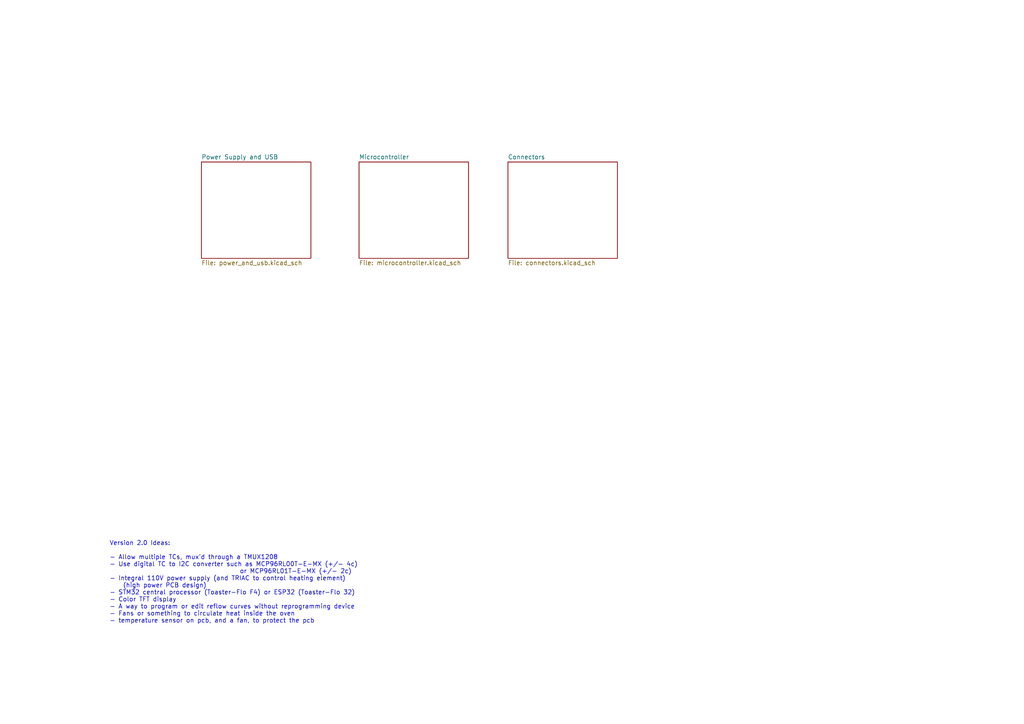
<source format=kicad_sch>
(kicad_sch
	(version 20250114)
	(generator "eeschema")
	(generator_version "9.0")
	(uuid "cacf3833-df43-4b49-9bec-695372bd747a")
	(paper "A4")
	(lib_symbols)
	(text "Version 2.0 Ideas:\n\n- Allow multiple TCs, mux'd through a TMUX1208\n- Use digital TC to I2C converter such as MCP96RL00T-E-MX (+/- 4c)\n                                       or MCP96RL01T-E-MX (+/- 2c)\n- Integral 110V power supply (and TRIAC to control heating element)\n    (high power PCB design)\n- STM32 central processor (Toaster-Flo F4) or ESP32 (Toaster-Flo 32)\n- Color TFT display\n- A way to program or edit reflow curves without reprogramming device\n- Fans or something to circulate heat inside the oven\n- temperature sensor on pcb, and a fan, to protect the pcb\n"
		(exclude_from_sim no)
		(at 31.75 168.91 0)
		(effects
			(font
				(size 1.27 1.27)
			)
			(justify left)
		)
		(uuid "cdb840a4-36c9-4abc-b01a-7df089429479")
	)
	(sheet
		(at 104.14 46.99)
		(size 31.75 27.94)
		(exclude_from_sim no)
		(in_bom yes)
		(on_board yes)
		(dnp no)
		(fields_autoplaced yes)
		(stroke
			(width 0.1524)
			(type solid)
		)
		(fill
			(color 0 0 0 0.0000)
		)
		(uuid "56ca41a7-9073-4210-bd84-37ca3bb76cf3")
		(property "Sheetname" "Microcontroller"
			(at 104.14 46.2784 0)
			(effects
				(font
					(size 1.27 1.27)
				)
				(justify left bottom)
			)
		)
		(property "Sheetfile" "microcontroller.kicad_sch"
			(at 104.14 75.5146 0)
			(effects
				(font
					(size 1.27 1.27)
				)
				(justify left top)
			)
		)
		(property "Field2" ""
			(at 104.14 46.99 0)
			(effects
				(font
					(size 1.27 1.27)
				)
				(hide yes)
			)
		)
		(instances
			(project "Control Board"
				(path "/cacf3833-df43-4b49-9bec-695372bd747a"
					(page "3")
				)
			)
		)
	)
	(sheet
		(at 147.32 46.99)
		(size 31.75 27.94)
		(exclude_from_sim no)
		(in_bom yes)
		(on_board yes)
		(dnp no)
		(fields_autoplaced yes)
		(stroke
			(width 0.1524)
			(type solid)
		)
		(fill
			(color 0 0 0 0.0000)
		)
		(uuid "d19a9fb1-ca2d-4275-8c12-7a3e138efa49")
		(property "Sheetname" "Connectors"
			(at 147.32 46.2784 0)
			(effects
				(font
					(size 1.27 1.27)
				)
				(justify left bottom)
			)
		)
		(property "Sheetfile" "connectors.kicad_sch"
			(at 147.32 75.5146 0)
			(effects
				(font
					(size 1.27 1.27)
				)
				(justify left top)
			)
		)
		(instances
			(project "Control Board"
				(path "/cacf3833-df43-4b49-9bec-695372bd747a"
					(page "4")
				)
			)
		)
	)
	(sheet
		(at 58.42 46.99)
		(size 31.75 27.94)
		(exclude_from_sim no)
		(in_bom yes)
		(on_board yes)
		(dnp no)
		(fields_autoplaced yes)
		(stroke
			(width 0.1524)
			(type solid)
		)
		(fill
			(color 0 0 0 0.0000)
		)
		(uuid "e0e69cd5-2810-484b-9f4e-a0c7c160b94e")
		(property "Sheetname" "Power Supply and USB"
			(at 58.42 46.2784 0)
			(effects
				(font
					(size 1.27 1.27)
				)
				(justify left bottom)
			)
		)
		(property "Sheetfile" "power_and_usb.kicad_sch"
			(at 58.42 75.5146 0)
			(effects
				(font
					(size 1.27 1.27)
				)
				(justify left top)
			)
		)
		(instances
			(project "Control Board"
				(path "/cacf3833-df43-4b49-9bec-695372bd747a"
					(page "2")
				)
			)
		)
	)
	(sheet_instances
		(path "/"
			(page "1")
		)
	)
	(embedded_fonts no)
)

</source>
